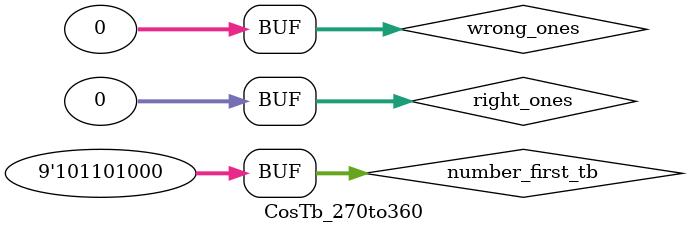
<source format=v>
`timescale 1ns / 1ps

module CosTb_270to360();

    reg [8:0]number_first_tb;
    wire whole_tb;
    wire [6:0]fraction_tb;
    wire sign_tb;
    reg [31:0]right_ones = 0;
    reg [31:0]wrong_ones = 0;
    
    Cos uut(.number_first(number_first_tb), 
            .whole(whole_tb), 
            .fraction(fraction_tb), 
            .sign(sign_tb)
            );
            
    initial begin
        number_first_tb = 270;
        //Exact Result = 0.0
        #5;
        if((whole_tb == 0)&(fraction_tb == 0)&(sign_tb == 0)) begin
            right_ones = right_ones + 1;
        end
        if((whole_tb != 0)|(fraction_tb != 0)|(sign_tb != 0)) begin
            wrong_ones = wrong_ones + 1;
        end
        #5;
        number_first_tb = 271;
        //Exact Result = 0.01745240643728313
        #5;
        if((whole_tb == 0)&(fraction_tb == 1)&(sign_tb == 0)) begin
            right_ones = right_ones + 1;
        end
        if((whole_tb != 0)|(fraction_tb != 1)|(sign_tb != 0)) begin
            wrong_ones = wrong_ones + 1;
        end
        #5;
        number_first_tb = 272;
        //Exact Result = 0.03489949670250128
        #5;
        if((whole_tb == 0)&(fraction_tb == 3)&(sign_tb == 0)) begin
            right_ones = right_ones + 1;
        end
        if((whole_tb != 0)|(fraction_tb != 3)|(sign_tb != 0)) begin
            wrong_ones = wrong_ones + 1;
        end
        #5;
        number_first_tb = 273;
        //Exact Result = 0.052335956242943946
        #5;
        if((whole_tb == 0)&(fraction_tb == 5)&(sign_tb == 0)) begin
            right_ones = right_ones + 1;
        end
        if((whole_tb != 0)|(fraction_tb != 5)|(sign_tb != 0)) begin
            wrong_ones = wrong_ones + 1;
        end
        #5;
        number_first_tb = 274;
        //Exact Result = 0.06975647374412522
        #5;
        if((whole_tb == 0)&(fraction_tb == 6)&(sign_tb == 0)) begin
            right_ones = right_ones + 1;
        end
        if((whole_tb != 0)|(fraction_tb != 6)|(sign_tb != 0)) begin
            wrong_ones = wrong_ones + 1;
        end
        #5;
        number_first_tb = 275;
        //Exact Result = 0.08715574274765789
        #5;
        if((whole_tb == 0)&(fraction_tb == 8)&(sign_tb == 0)) begin
            right_ones = right_ones + 1;
        end
        if((whole_tb != 0)|(fraction_tb != 8)|(sign_tb != 0)) begin
            wrong_ones = wrong_ones + 1;
        end
        #5;
        number_first_tb = 276;
        //Exact Result = 0.10452846326765299
        #5;
        if((whole_tb == 0)&(fraction_tb == 10)&(sign_tb == 0)) begin
            right_ones = right_ones + 1;
        end
        if((whole_tb != 0)|(fraction_tb != 10)|(sign_tb != 0)) begin
            wrong_ones = wrong_ones + 1;
        end
        #5;
        number_first_tb = 277;
        //Exact Result = 0.12186934340514768
        #5;
        if((whole_tb == 0)&(fraction_tb == 12)&(sign_tb == 0)) begin
            right_ones = right_ones + 1;
        end
        if((whole_tb != 0)|(fraction_tb != 12)|(sign_tb != 0)) begin
            wrong_ones = wrong_ones + 1;
        end
        #5;
        number_first_tb = 278;
        //Exact Result = 0.13917310096006547
        #5;
        if((whole_tb == 0)&(fraction_tb == 13)&(sign_tb == 0)) begin
            right_ones = right_ones + 1;
        end
        if((whole_tb != 0)|(fraction_tb != 13)|(sign_tb != 0)) begin
            wrong_ones = wrong_ones + 1;
        end
        #5;
        number_first_tb = 279;
        //Exact Result = 0.15643446504023067
        #5;
        if((whole_tb == 0)&(fraction_tb == 15)&(sign_tb == 0)) begin
            right_ones = right_ones + 1;
        end
        if((whole_tb != 0)|(fraction_tb != 15)|(sign_tb != 0)) begin
            wrong_ones = wrong_ones + 1;
        end
        #5;
        number_first_tb = 280;
        //Exact Result = 0.17364817766692997
        #5;
        if((whole_tb == 0)&(fraction_tb == 17)&(sign_tb == 0)) begin
            right_ones = right_ones + 1;
        end
        if((whole_tb != 0)|(fraction_tb != 17)|(sign_tb != 0)) begin
            wrong_ones = wrong_ones + 1;
        end
        #5;
        number_first_tb = 281;
        //Exact Result = 0.1908089953765451
        #5;
        if((whole_tb == 0)&(fraction_tb == 19)&(sign_tb == 0)) begin
            right_ones = right_ones + 1;
        end
        if((whole_tb != 0)|(fraction_tb != 19)|(sign_tb != 0)) begin
            wrong_ones = wrong_ones + 1;
        end
        #5;
        number_first_tb = 282;
        //Exact Result = 0.20791169081775943
        #5;
        if((whole_tb == 0)&(fraction_tb == 20)&(sign_tb == 0)) begin
            right_ones = right_ones + 1;
        end
        if((whole_tb != 0)|(fraction_tb != 20)|(sign_tb != 0)) begin
            wrong_ones = wrong_ones + 1;
        end
        #5;
        number_first_tb = 283;
        //Exact Result = 0.22495105434386492
        #5;
        if((whole_tb == 0)&(fraction_tb == 22)&(sign_tb == 0)) begin
            right_ones = right_ones + 1;
        end
        if((whole_tb != 0)|(fraction_tb != 22)|(sign_tb != 0)) begin
            wrong_ones = wrong_ones + 1;
        end
        #5;
        number_first_tb = 284;
        //Exact Result = 0.24192189559966742
        #5;
        if((whole_tb == 0)&(fraction_tb == 24)&(sign_tb == 0)) begin
            right_ones = right_ones + 1;
        end
        if((whole_tb != 0)|(fraction_tb != 24)|(sign_tb != 0)) begin
            wrong_ones = wrong_ones + 1;
        end
        #5;
        number_first_tb = 285;
        //Exact Result = 0.2588190451025203
        #5;
        if((whole_tb == 0)&(fraction_tb == 25)&(sign_tb == 0)) begin
            right_ones = right_ones + 1;
        end
        if((whole_tb != 0)|(fraction_tb != 25)|(sign_tb != 0)) begin
            wrong_ones = wrong_ones + 1;
        end
        #5;
        number_first_tb = 286;
        //Exact Result = 0.2756373558169994
        #5;
        if((whole_tb == 0)&(fraction_tb == 27)&(sign_tb == 0)) begin
            right_ones = right_ones + 1;
        end
        if((whole_tb != 0)|(fraction_tb != 27)|(sign_tb != 0)) begin
            wrong_ones = wrong_ones + 1;
        end
        #5;
        number_first_tb = 287;
        //Exact Result = 0.2923717047227367
        #5;
        if((whole_tb == 0)&(fraction_tb == 29)&(sign_tb == 0)) begin
            right_ones = right_ones + 1;
        end
        if((whole_tb != 0)|(fraction_tb != 29)|(sign_tb != 0)) begin
            wrong_ones = wrong_ones + 1;
        end
        #5;
        number_first_tb = 288;
        //Exact Result = 0.30901699437494723
        #5;
        if((whole_tb == 0)&(fraction_tb == 30)&(sign_tb == 0)) begin
            right_ones = right_ones + 1;
        end
        if((whole_tb != 0)|(fraction_tb != 30)|(sign_tb != 0)) begin
            wrong_ones = wrong_ones + 1;
        end
        #5;
        number_first_tb = 289;
        //Exact Result = 0.3255681544571563
        #5;
        if((whole_tb == 0)&(fraction_tb == 32)&(sign_tb == 0)) begin
            right_ones = right_ones + 1;
        end
        if((whole_tb != 0)|(fraction_tb != 32)|(sign_tb != 0)) begin
            wrong_ones = wrong_ones + 1;
        end
        #5;
        number_first_tb = 290;
        //Exact Result = 0.342020143325669
        #5;
        if((whole_tb == 0)&(fraction_tb == 34)&(sign_tb == 0)) begin
            right_ones = right_ones + 1;
        end
        if((whole_tb != 0)|(fraction_tb != 34)|(sign_tb != 0)) begin
            wrong_ones = wrong_ones + 1;
        end
        #5;
        number_first_tb = 291;
        //Exact Result = 0.3583679495453004
        #5;
        if((whole_tb == 0)&(fraction_tb == 35)&(sign_tb == 0)) begin
            right_ones = right_ones + 1;
        end
        if((whole_tb != 0)|(fraction_tb != 35)|(sign_tb != 0)) begin
            wrong_ones = wrong_ones + 1;
        end
        #5;
        number_first_tb = 292;
        //Exact Result = 0.37460659341591196
        #5;
        if((whole_tb == 0)&(fraction_tb == 37)&(sign_tb == 0)) begin
            right_ones = right_ones + 1;
        end
        if((whole_tb != 0)|(fraction_tb != 37)|(sign_tb != 0)) begin
            wrong_ones = wrong_ones + 1;
        end
        #5;
        number_first_tb = 293;
        //Exact Result = 0.3907311284892735
        #5;
        if((whole_tb == 0)&(fraction_tb == 39)&(sign_tb == 0)) begin
            right_ones = right_ones + 1;
        end
        if((whole_tb != 0)|(fraction_tb != 39)|(sign_tb != 0)) begin
            wrong_ones = wrong_ones + 1;
        end
        #5;
        number_first_tb = 294;
        //Exact Result = 0.40673664307579976
        #5;
        if((whole_tb == 0)&(fraction_tb == 40)&(sign_tb == 0)) begin
            right_ones = right_ones + 1;
        end
        if((whole_tb != 0)|(fraction_tb != 40)|(sign_tb != 0)) begin
            wrong_ones = wrong_ones + 1;
        end
        #5;
        number_first_tb = 295;
        //Exact Result = 0.4226182617406996
        #5;
        if((whole_tb == 0)&(fraction_tb == 42)&(sign_tb == 0)) begin
            right_ones = right_ones + 1;
        end
        if((whole_tb != 0)|(fraction_tb != 42)|(sign_tb != 0)) begin
            wrong_ones = wrong_ones + 1;
        end
        #5;
        number_first_tb = 296;
        //Exact Result = 0.4383711467890774
        #5;
        if((whole_tb == 0)&(fraction_tb == 43)&(sign_tb == 0)) begin
            right_ones = right_ones + 1;
        end
        if((whole_tb != 0)|(fraction_tb != 43)|(sign_tb != 0)) begin
            wrong_ones = wrong_ones + 1;
        end
        #5;
        number_first_tb = 297;
        //Exact Result = 0.45399049973954664
        #5;
        if((whole_tb == 0)&(fraction_tb == 45)&(sign_tb == 0)) begin
            right_ones = right_ones + 1;
        end
        if((whole_tb != 0)|(fraction_tb != 45)|(sign_tb != 0)) begin
            wrong_ones = wrong_ones + 1;
        end
        #5;
        number_first_tb = 298;
        //Exact Result = 0.4694715627858904
        #5;
        if((whole_tb == 0)&(fraction_tb == 46)&(sign_tb == 0)) begin
            right_ones = right_ones + 1;
        end
        if((whole_tb != 0)|(fraction_tb != 46)|(sign_tb != 0)) begin
            wrong_ones = wrong_ones + 1;
        end
        #5;
        number_first_tb = 299;
        //Exact Result = 0.4848096202463373
        #5;
        if((whole_tb == 0)&(fraction_tb == 48)&(sign_tb == 0)) begin
            right_ones = right_ones + 1;
        end
        if((whole_tb != 0)|(fraction_tb != 48)|(sign_tb != 0)) begin
            wrong_ones = wrong_ones + 1;
        end
        #5;
        number_first_tb = 300;
        //Exact Result = 0.5000000000000001
        #5;
        if((whole_tb == 0)&(fraction_tb == 50)&(sign_tb == 0)) begin
            right_ones = right_ones + 1;
        end
        if((whole_tb != 0)|(fraction_tb != 50)|(sign_tb != 0)) begin
            wrong_ones = wrong_ones + 1;
        end
        #5;
        number_first_tb = 301;
        //Exact Result = 0.5150380749100542
        #5;
        if((whole_tb == 0)&(fraction_tb == 51)&(sign_tb == 0)) begin
            right_ones = right_ones + 1;
        end
        if((whole_tb != 0)|(fraction_tb != 51)|(sign_tb != 0)) begin
            wrong_ones = wrong_ones + 1;
        end
        #5;
        number_first_tb = 302;
        //Exact Result = 0.5299192642332047
        #5;
        if((whole_tb == 0)&(fraction_tb == 52)&(sign_tb == 0)) begin
            right_ones = right_ones + 1;
        end
        if((whole_tb != 0)|(fraction_tb != 52)|(sign_tb != 0)) begin
            wrong_ones = wrong_ones + 1;
        end
        #5;
        number_first_tb = 303;
        //Exact Result = 0.5446390350150266
        #5;
        if((whole_tb == 0)&(fraction_tb == 54)&(sign_tb == 0)) begin
            right_ones = right_ones + 1;
        end
        if((whole_tb != 0)|(fraction_tb != 54)|(sign_tb != 0)) begin
            wrong_ones = wrong_ones + 1;
        end
        #5;
        number_first_tb = 304;
        //Exact Result = 0.559192903470747
        #5;
        if((whole_tb == 0)&(fraction_tb == 55)&(sign_tb == 0)) begin
            right_ones = right_ones + 1;
        end
        if((whole_tb != 0)|(fraction_tb != 55)|(sign_tb != 0)) begin
            wrong_ones = wrong_ones + 1;
        end
        #5;
        number_first_tb = 305;
        //Exact Result = 0.573576436351046
        #5;
        if((whole_tb == 0)&(fraction_tb == 57)&(sign_tb == 0)) begin
            right_ones = right_ones + 1;
        end
        if((whole_tb != 0)|(fraction_tb != 57)|(sign_tb != 0)) begin
            wrong_ones = wrong_ones + 1;
        end
        #5;
        number_first_tb = 306;
        //Exact Result = 0.5877852522924729
        #5;
        if((whole_tb == 0)&(fraction_tb == 58)&(sign_tb == 0)) begin
            right_ones = right_ones + 1;
        end
        if((whole_tb != 0)|(fraction_tb != 58)|(sign_tb != 0)) begin
            wrong_ones = wrong_ones + 1;
        end
        #5;
        number_first_tb = 307;
        //Exact Result = 0.6018150231520479
        #5;
        if((whole_tb == 0)&(fraction_tb == 60)&(sign_tb == 0)) begin
            right_ones = right_ones + 1;
        end
        if((whole_tb != 0)|(fraction_tb != 60)|(sign_tb != 0)) begin
            wrong_ones = wrong_ones + 1;
        end
        #5;
        number_first_tb = 308;
        //Exact Result = 0.6156614753256585
        #5;
        if((whole_tb == 0)&(fraction_tb == 61)&(sign_tb == 0)) begin
            right_ones = right_ones + 1;
        end
        if((whole_tb != 0)|(fraction_tb != 61)|(sign_tb != 0)) begin
            wrong_ones = wrong_ones + 1;
        end
        #5;
        number_first_tb = 309;
        //Exact Result = 0.6293203910498375
        #5;
        if((whole_tb == 0)&(fraction_tb == 62)&(sign_tb == 0)) begin
            right_ones = right_ones + 1;
        end
        if((whole_tb != 0)|(fraction_tb != 62)|(sign_tb != 0)) begin
            wrong_ones = wrong_ones + 1;
        end
        #5;
        number_first_tb = 310;
        //Exact Result = 0.6427876096865393
        #5;
        if((whole_tb == 0)&(fraction_tb == 64)&(sign_tb == 0)) begin
            right_ones = right_ones + 1;
        end
        if((whole_tb != 0)|(fraction_tb != 64)|(sign_tb != 0)) begin
            wrong_ones = wrong_ones + 1;
        end
        #5;
        number_first_tb = 311;
        //Exact Result = 0.656059028990507
        #5;
        if((whole_tb == 0)&(fraction_tb == 65)&(sign_tb == 0)) begin
            right_ones = right_ones + 1;
        end
        if((whole_tb != 0)|(fraction_tb != 65)|(sign_tb != 0)) begin
            wrong_ones = wrong_ones + 1;
        end
        #5;
        number_first_tb = 312;
        //Exact Result = 0.6691306063588578
        #5;
        if((whole_tb == 0)&(fraction_tb == 66)&(sign_tb == 0)) begin
            right_ones = right_ones + 1;
        end
        if((whole_tb != 0)|(fraction_tb != 66)|(sign_tb != 0)) begin
            wrong_ones = wrong_ones + 1;
        end
        #5;
        number_first_tb = 313;
        //Exact Result = 0.6819983600624986
        #5;
        if((whole_tb == 0)&(fraction_tb == 68)&(sign_tb == 0)) begin
            right_ones = right_ones + 1;
        end
        if((whole_tb != 0)|(fraction_tb != 68)|(sign_tb != 0)) begin
            wrong_ones = wrong_ones + 1;
        end
        #5;
        number_first_tb = 314;
        //Exact Result = 0.6946583704589973
        #5;
        if((whole_tb == 0)&(fraction_tb == 69)&(sign_tb == 0)) begin
            right_ones = right_ones + 1;
        end
        if((whole_tb != 0)|(fraction_tb != 69)|(sign_tb != 0)) begin
            wrong_ones = wrong_ones + 1;
        end
        #5;
        number_first_tb = 315;
        //Exact Result = 0.7071067811865474
        #5;
        if((whole_tb == 0)&(fraction_tb == 70)&(sign_tb == 0)) begin
            right_ones = right_ones + 1;
        end
        if((whole_tb != 0)|(fraction_tb != 70)|(sign_tb != 0)) begin
            wrong_ones = wrong_ones + 1;
        end
        #5;
        number_first_tb = 316;
        //Exact Result = 0.7193398003386509
        #5;
        if((whole_tb == 0)&(fraction_tb == 71)&(sign_tb == 0)) begin
            right_ones = right_ones + 1;
        end
        if((whole_tb != 0)|(fraction_tb != 71)|(sign_tb != 0)) begin
            wrong_ones = wrong_ones + 1;
        end
        #5;
        number_first_tb = 317;
        //Exact Result = 0.7313537016191707
        #5;
        if((whole_tb == 0)&(fraction_tb == 73)&(sign_tb == 0)) begin
            right_ones = right_ones + 1;
        end
        if((whole_tb != 0)|(fraction_tb != 73)|(sign_tb != 0)) begin
            wrong_ones = wrong_ones + 1;
        end
        #5;
        number_first_tb = 318;
        //Exact Result = 0.7431448254773942
        #5;
        if((whole_tb == 0)&(fraction_tb == 74)&(sign_tb == 0)) begin
            right_ones = right_ones + 1;
        end
        if((whole_tb != 0)|(fraction_tb != 74)|(sign_tb != 0)) begin
            wrong_ones = wrong_ones + 1;
        end
        #5;
        number_first_tb = 319;
        //Exact Result = 0.7547095802227719
        #5;
        if((whole_tb == 0)&(fraction_tb == 75)&(sign_tb == 0)) begin
            right_ones = right_ones + 1;
        end
        if((whole_tb != 0)|(fraction_tb != 75)|(sign_tb != 0)) begin
            wrong_ones = wrong_ones + 1;
        end
        #5;
        number_first_tb = 320;
        //Exact Result = 0.7660444431189778
        #5;
        if((whole_tb == 0)&(fraction_tb == 76)&(sign_tb == 0)) begin
            right_ones = right_ones + 1;
        end
        if((whole_tb != 0)|(fraction_tb != 76)|(sign_tb != 0)) begin
            wrong_ones = wrong_ones + 1;
        end
        #5;
        number_first_tb = 321;
        //Exact Result = 0.7771459614569706
        #5;
        if((whole_tb == 0)&(fraction_tb == 77)&(sign_tb == 0)) begin
            right_ones = right_ones + 1;
        end
        if((whole_tb != 0)|(fraction_tb != 77)|(sign_tb != 0)) begin
            wrong_ones = wrong_ones + 1;
        end
        #5;
        number_first_tb = 322;
        //Exact Result = 0.788010753606722
        #5;
        if((whole_tb == 0)&(fraction_tb == 78)&(sign_tb == 0)) begin
            right_ones = right_ones + 1;
        end
        if((whole_tb != 0)|(fraction_tb != 78)|(sign_tb != 0)) begin
            wrong_ones = wrong_ones + 1;
        end
        #5;
        number_first_tb = 323;
        //Exact Result = 0.7986355100472928
        #5;
        if((whole_tb == 0)&(fraction_tb == 79)&(sign_tb == 0)) begin
            right_ones = right_ones + 1;
        end
        if((whole_tb != 0)|(fraction_tb != 79)|(sign_tb != 0)) begin
            wrong_ones = wrong_ones + 1;
        end
        #5;
        number_first_tb = 324;
        //Exact Result = 0.8090169943749473
        #5;
        if((whole_tb == 0)&(fraction_tb == 80)&(sign_tb == 0)) begin
            right_ones = right_ones + 1;
        end
        if((whole_tb != 0)|(fraction_tb != 80)|(sign_tb != 0)) begin
            wrong_ones = wrong_ones + 1;
        end
        #5;
        number_first_tb = 325;
        //Exact Result = 0.8191520442889916
        #5;
        if((whole_tb == 0)&(fraction_tb == 81)&(sign_tb == 0)) begin
            right_ones = right_ones + 1;
        end
        if((whole_tb != 0)|(fraction_tb != 81)|(sign_tb != 0)) begin
            wrong_ones = wrong_ones + 1;
        end
        #5;
        number_first_tb = 326;
        //Exact Result = 0.8290375725550418
        #5;
        if((whole_tb == 0)&(fraction_tb == 82)&(sign_tb == 0)) begin
            right_ones = right_ones + 1;
        end
        if((whole_tb != 0)|(fraction_tb != 82)|(sign_tb != 0)) begin
            wrong_ones = wrong_ones + 1;
        end
        #5;
        number_first_tb = 327;
        //Exact Result = 0.838670567945424
        #5;
        if((whole_tb == 0)&(fraction_tb == 83)&(sign_tb == 0)) begin
            right_ones = right_ones + 1;
        end
        if((whole_tb != 0)|(fraction_tb != 83)|(sign_tb != 0)) begin
            wrong_ones = wrong_ones + 1;
        end
        #5;
        number_first_tb = 328;
        //Exact Result = 0.8480480961564258
        #5;
        if((whole_tb == 0)&(fraction_tb == 84)&(sign_tb == 0)) begin
            right_ones = right_ones + 1;
        end
        if((whole_tb != 0)|(fraction_tb != 84)|(sign_tb != 0)) begin
            wrong_ones = wrong_ones + 1;
        end
        #5;
        number_first_tb = 329;
        //Exact Result = 0.8571673007021121
        #5;
        if((whole_tb == 0)&(fraction_tb == 85)&(sign_tb == 0)) begin
            right_ones = right_ones + 1;
        end
        if((whole_tb != 0)|(fraction_tb != 85)|(sign_tb != 0)) begin
            wrong_ones = wrong_ones + 1;
        end
        #5;
        number_first_tb = 330;
        //Exact Result = 0.8660254037844384
        #5;
        if((whole_tb == 0)&(fraction_tb == 86)&(sign_tb == 0)) begin
            right_ones = right_ones + 1;
        end
        if((whole_tb != 0)|(fraction_tb != 86)|(sign_tb != 0)) begin
            wrong_ones = wrong_ones + 1;
        end
        #5;
        number_first_tb = 331;
        //Exact Result = 0.8746197071393959
        #5;
        if((whole_tb == 0)&(fraction_tb == 87)&(sign_tb == 0)) begin
            right_ones = right_ones + 1;
        end
        if((whole_tb != 0)|(fraction_tb != 87)|(sign_tb != 0)) begin
            wrong_ones = wrong_ones + 1;
        end
        #5;
        number_first_tb = 332;
        //Exact Result = 0.882947592858927
        #5;
        if((whole_tb == 0)&(fraction_tb == 88)&(sign_tb == 0)) begin
            right_ones = right_ones + 1;
        end
        if((whole_tb != 0)|(fraction_tb != 88)|(sign_tb != 0)) begin
            wrong_ones = wrong_ones + 1;
        end
        #5;
        number_first_tb = 333;
        //Exact Result = 0.8910065241883678
        #5;
        if((whole_tb == 0)&(fraction_tb == 89)&(sign_tb == 0)) begin
            right_ones = right_ones + 1;
        end
        if((whole_tb != 0)|(fraction_tb != 89)|(sign_tb != 0)) begin
            wrong_ones = wrong_ones + 1;
        end
        #5;
        number_first_tb = 334;
        //Exact Result = 0.8987940462991668
        #5;
        if((whole_tb == 0)&(fraction_tb == 89)&(sign_tb == 0)) begin
            right_ones = right_ones + 1;
        end
        if((whole_tb != 0)|(fraction_tb != 89)|(sign_tb != 0)) begin
            wrong_ones = wrong_ones + 1;
        end
        #5;
        number_first_tb = 335;
        //Exact Result = 0.90630778703665
        #5;
        if((whole_tb == 0)&(fraction_tb == 90)&(sign_tb == 0)) begin
            right_ones = right_ones + 1;
        end
        if((whole_tb != 0)|(fraction_tb != 90)|(sign_tb != 0)) begin
            wrong_ones = wrong_ones + 1;
        end
        #5;
        number_first_tb = 336;
        //Exact Result = 0.913545457642601
        #5;
        if((whole_tb == 0)&(fraction_tb == 91)&(sign_tb == 0)) begin
            right_ones = right_ones + 1;
        end
        if((whole_tb != 0)|(fraction_tb != 91)|(sign_tb != 0)) begin
            wrong_ones = wrong_ones + 1;
        end
        #5;
        number_first_tb = 337;
        //Exact Result = 0.9205048534524403
        #5;
        if((whole_tb == 0)&(fraction_tb == 92)&(sign_tb == 0)) begin
            right_ones = right_ones + 1;
        end
        if((whole_tb != 0)|(fraction_tb != 92)|(sign_tb != 0)) begin
            wrong_ones = wrong_ones + 1;
        end
        #5;
        number_first_tb = 338;
        //Exact Result = 0.9271838545667873
        #5;
        if((whole_tb == 0)&(fraction_tb == 92)&(sign_tb == 0)) begin
            right_ones = right_ones + 1;
        end
        if((whole_tb != 0)|(fraction_tb != 92)|(sign_tb != 0)) begin
            wrong_ones = wrong_ones + 1;
        end
        #5;
        number_first_tb = 339;
        //Exact Result = 0.9335804264972015
        #5;
        if((whole_tb == 0)&(fraction_tb == 93)&(sign_tb == 0)) begin
            right_ones = right_ones + 1;
        end
        if((whole_tb != 0)|(fraction_tb != 93)|(sign_tb != 0)) begin
            wrong_ones = wrong_ones + 1;
        end
        #5;
        number_first_tb = 340;
        //Exact Result = 0.9396926207859084
        #5;
        if((whole_tb == 0)&(fraction_tb == 93)&(sign_tb == 0)) begin
            right_ones = right_ones + 1;
        end
        if((whole_tb != 0)|(fraction_tb != 93)|(sign_tb != 0)) begin
            wrong_ones = wrong_ones + 1;
        end
        #5;
        number_first_tb = 341;
        //Exact Result = 0.9455185755993168
        #5;
        if((whole_tb == 0)&(fraction_tb == 94)&(sign_tb == 0)) begin
            right_ones = right_ones + 1;
        end
        if((whole_tb != 0)|(fraction_tb != 94)|(sign_tb != 0)) begin
            wrong_ones = wrong_ones + 1;
        end
        #5;
        number_first_tb = 342;
        //Exact Result = 0.9510565162951535
        #5;
        if((whole_tb == 0)&(fraction_tb == 95)&(sign_tb == 0)) begin
            right_ones = right_ones + 1;
        end
        if((whole_tb != 0)|(fraction_tb != 95)|(sign_tb != 0)) begin
            wrong_ones = wrong_ones + 1;
        end
        #5;
        number_first_tb = 343;
        //Exact Result = 0.9563047559630353
        #5;
        if((whole_tb == 0)&(fraction_tb == 95)&(sign_tb == 0)) begin
            right_ones = right_ones + 1;
        end
        if((whole_tb != 0)|(fraction_tb != 95)|(sign_tb != 0)) begin
            wrong_ones = wrong_ones + 1;
        end
        #5;
        number_first_tb = 344;
        //Exact Result = 0.9612616959383189
        #5;
        if((whole_tb == 0)&(fraction_tb == 96)&(sign_tb == 0)) begin
            right_ones = right_ones + 1;
        end
        if((whole_tb != 0)|(fraction_tb != 96)|(sign_tb != 0)) begin
            wrong_ones = wrong_ones + 1;
        end
        #5;
        number_first_tb = 345;
        //Exact Result = 0.9659258262890683
        #5;
        if((whole_tb == 0)&(fraction_tb == 96)&(sign_tb == 0)) begin
            right_ones = right_ones + 1;
        end
        if((whole_tb != 0)|(fraction_tb != 96)|(sign_tb != 0)) begin
            wrong_ones = wrong_ones + 1;
        end
        #5;
        number_first_tb = 346;
        //Exact Result = 0.9702957262759965
        #5;
        if((whole_tb == 0)&(fraction_tb == 97)&(sign_tb == 0)) begin
            right_ones = right_ones + 1;
        end
        if((whole_tb != 0)|(fraction_tb != 97)|(sign_tb != 0)) begin
            wrong_ones = wrong_ones + 1;
        end
        #5;
        number_first_tb = 347;
        //Exact Result = 0.9743700647852351
        #5;
        if((whole_tb == 0)&(fraction_tb == 97)&(sign_tb == 0)) begin
            right_ones = right_ones + 1;
        end
        if((whole_tb != 0)|(fraction_tb != 97)|(sign_tb != 0)) begin
            wrong_ones = wrong_ones + 1;
        end
        #5;
        number_first_tb = 348;
        //Exact Result = 0.9781476007338056
        #5;
        if((whole_tb == 0)&(fraction_tb == 97)&(sign_tb == 0)) begin
            right_ones = right_ones + 1;
        end
        if((whole_tb != 0)|(fraction_tb != 97)|(sign_tb != 0)) begin
            wrong_ones = wrong_ones + 1;
        end
        #5;
        number_first_tb = 349;
        //Exact Result = 0.981627183447664
        #5;
        if((whole_tb == 0)&(fraction_tb == 98)&(sign_tb == 0)) begin
            right_ones = right_ones + 1;
        end
        if((whole_tb != 0)|(fraction_tb != 98)|(sign_tb != 0)) begin
            wrong_ones = wrong_ones + 1;
        end
        #5;
        number_first_tb = 350;
        //Exact Result = 0.984807753012208
        #5;
        if((whole_tb == 0)&(fraction_tb == 98)&(sign_tb == 0)) begin
            right_ones = right_ones + 1;
        end
        if((whole_tb != 0)|(fraction_tb != 98)|(sign_tb != 0)) begin
            wrong_ones = wrong_ones + 1;
        end
        #5;
        number_first_tb = 351;
        //Exact Result = 0.9876883405951377
        #5;
        if((whole_tb == 0)&(fraction_tb == 98)&(sign_tb == 0)) begin
            right_ones = right_ones + 1;
        end
        if((whole_tb != 0)|(fraction_tb != 98)|(sign_tb != 0)) begin
            wrong_ones = wrong_ones + 1;
        end
        #5;
        number_first_tb = 352;
        //Exact Result = 0.9902680687415703
        #5;
        if((whole_tb == 0)&(fraction_tb == 99)&(sign_tb == 0)) begin
            right_ones = right_ones + 1;
        end
        if((whole_tb != 0)|(fraction_tb != 99)|(sign_tb != 0)) begin
            wrong_ones = wrong_ones + 1;
        end
        #5;
        number_first_tb = 353;
        //Exact Result = 0.9925461516413221
        #5;
        if((whole_tb == 0)&(fraction_tb == 99)&(sign_tb == 0)) begin
            right_ones = right_ones + 1;
        end
        if((whole_tb != 0)|(fraction_tb != 99)|(sign_tb != 0)) begin
            wrong_ones = wrong_ones + 1;
        end
        #5;
        number_first_tb = 354;
        //Exact Result = 0.9945218953682733
        #5;
        if((whole_tb == 0)&(fraction_tb == 99)&(sign_tb == 0)) begin
            right_ones = right_ones + 1;
        end
        if((whole_tb != 0)|(fraction_tb != 99)|(sign_tb != 0)) begin
            wrong_ones = wrong_ones + 1;
        end
        #5;
        number_first_tb = 355;
        //Exact Result = 0.9961946980917455
        #5;
        if((whole_tb == 0)&(fraction_tb == 99)&(sign_tb == 0)) begin
            right_ones = right_ones + 1;
        end
        if((whole_tb != 0)|(fraction_tb != 99)|(sign_tb != 0)) begin
            wrong_ones = wrong_ones + 1;
        end
        #5;
        number_first_tb = 356;
        //Exact Result = 0.9975640502598242
        #5;
        if((whole_tb == 0)&(fraction_tb == 99)&(sign_tb == 0)) begin
            right_ones = right_ones + 1;
        end
        if((whole_tb != 0)|(fraction_tb != 99)|(sign_tb != 0)) begin
            wrong_ones = wrong_ones + 1;
        end
        #5;
        number_first_tb = 357;
        //Exact Result = 0.9986295347545738
        #5;
        if((whole_tb == 0)&(fraction_tb == 99)&(sign_tb == 0)) begin
            right_ones = right_ones + 1;
        end
        if((whole_tb != 0)|(fraction_tb != 99)|(sign_tb != 0)) begin
            wrong_ones = wrong_ones + 1;
        end
        #5;
        number_first_tb = 358;
        //Exact Result = 0.9993908270190958
        #5;
        if((whole_tb == 0)&(fraction_tb == 99)&(sign_tb == 0)) begin
            right_ones = right_ones + 1;
        end
        if((whole_tb != 0)|(fraction_tb != 99)|(sign_tb != 0)) begin
            wrong_ones = wrong_ones + 1;
        end
        #5;
        number_first_tb = 359;
        //Exact Result = 0.9998476951563913
        #5;
        if((whole_tb == 0)&(fraction_tb == 99)&(sign_tb == 0)) begin
            right_ones = right_ones + 1;
        end
        if((whole_tb != 0)|(fraction_tb != 99)|(sign_tb != 0)) begin
            wrong_ones = wrong_ones + 1;
        end
        #5;
        number_first_tb = 360;
        //Exact Result = 1.0
        #5;
        if((whole_tb == 1)&(fraction_tb == 0)&(sign_tb == 0)) begin
            right_ones = right_ones + 1;
        end
        if((whole_tb != 1)|(fraction_tb != 0)|(sign_tb != 0)) begin
            wrong_ones = wrong_ones + 1;
        end
        #5;      
    end
endmodule     
</source>
